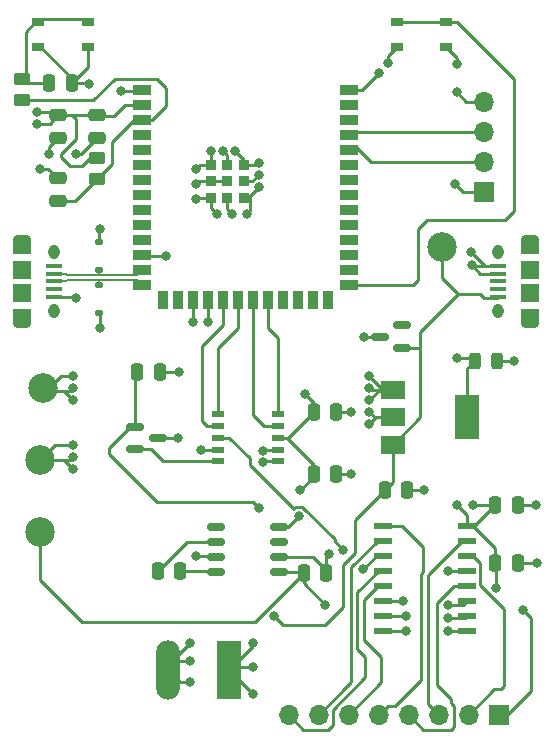
<source format=gbr>
%TF.GenerationSoftware,KiCad,Pcbnew,6.0.9+dfsg-1~bpo11+1*%
%TF.CreationDate,2022-12-22T20:36:38-06:00*%
%TF.ProjectId,CAE32_PCB,43414533-325f-4504-9342-2e6b69636164,rev?*%
%TF.SameCoordinates,Original*%
%TF.FileFunction,Copper,L1,Top*%
%TF.FilePolarity,Positive*%
%FSLAX46Y46*%
G04 Gerber Fmt 4.6, Leading zero omitted, Abs format (unit mm)*
G04 Created by KiCad (PCBNEW 6.0.9+dfsg-1~bpo11+1) date 2022-12-22 20:36:38*
%MOMM*%
%LPD*%
G01*
G04 APERTURE LIST*
G04 Aperture macros list*
%AMRoundRect*
0 Rectangle with rounded corners*
0 $1 Rounding radius*
0 $2 $3 $4 $5 $6 $7 $8 $9 X,Y pos of 4 corners*
0 Add a 4 corners polygon primitive as box body*
4,1,4,$2,$3,$4,$5,$6,$7,$8,$9,$2,$3,0*
0 Add four circle primitives for the rounded corners*
1,1,$1+$1,$2,$3*
1,1,$1+$1,$4,$5*
1,1,$1+$1,$6,$7*
1,1,$1+$1,$8,$9*
0 Add four rect primitives between the rounded corners*
20,1,$1+$1,$2,$3,$4,$5,0*
20,1,$1+$1,$4,$5,$6,$7,0*
20,1,$1+$1,$6,$7,$8,$9,0*
20,1,$1+$1,$8,$9,$2,$3,0*%
G04 Aperture macros list end*
%TA.AperFunction,SMDPad,CuDef*%
%ADD10RoundRect,0.250000X-0.250000X-0.475000X0.250000X-0.475000X0.250000X0.475000X-0.250000X0.475000X0*%
%TD*%
%TA.AperFunction,SMDPad,CuDef*%
%ADD11RoundRect,0.150000X-0.587500X-0.150000X0.587500X-0.150000X0.587500X0.150000X-0.587500X0.150000X0*%
%TD*%
%TA.AperFunction,SMDPad,CuDef*%
%ADD12RoundRect,0.250000X-0.475000X0.250000X-0.475000X-0.250000X0.475000X-0.250000X0.475000X0.250000X0*%
%TD*%
%TA.AperFunction,SMDPad,CuDef*%
%ADD13C,2.500000*%
%TD*%
%TA.AperFunction,SMDPad,CuDef*%
%ADD14RoundRect,0.125000X-0.175000X0.125000X-0.175000X-0.125000X0.175000X-0.125000X0.175000X0.125000X0*%
%TD*%
%TA.AperFunction,SMDPad,CuDef*%
%ADD15RoundRect,0.250000X0.250000X0.475000X-0.250000X0.475000X-0.250000X-0.475000X0.250000X-0.475000X0*%
%TD*%
%TA.AperFunction,SMDPad,CuDef*%
%ADD16RoundRect,0.250000X0.450000X-0.262500X0.450000X0.262500X-0.450000X0.262500X-0.450000X-0.262500X0*%
%TD*%
%TA.AperFunction,SMDPad,CuDef*%
%ADD17R,1.350000X0.400000*%
%TD*%
%TA.AperFunction,ComponentPad*%
%ADD18O,1.550000X0.890000*%
%TD*%
%TA.AperFunction,SMDPad,CuDef*%
%ADD19R,1.550000X1.500000*%
%TD*%
%TA.AperFunction,SMDPad,CuDef*%
%ADD20R,1.550000X1.200000*%
%TD*%
%TA.AperFunction,ComponentPad*%
%ADD21O,0.950000X1.250000*%
%TD*%
%TA.AperFunction,ComponentPad*%
%ADD22R,2.020000X5.020000*%
%TD*%
%TA.AperFunction,ComponentPad*%
%ADD23O,2.020000X5.020000*%
%TD*%
%TA.AperFunction,SMDPad,CuDef*%
%ADD24RoundRect,0.243750X-0.243750X-0.456250X0.243750X-0.456250X0.243750X0.456250X-0.243750X0.456250X0*%
%TD*%
%TA.AperFunction,SMDPad,CuDef*%
%ADD25R,1.500000X0.600000*%
%TD*%
%TA.AperFunction,SMDPad,CuDef*%
%ADD26RoundRect,0.250000X-0.450000X0.262500X-0.450000X-0.262500X0.450000X-0.262500X0.450000X0.262500X0*%
%TD*%
%TA.AperFunction,SMDPad,CuDef*%
%ADD27R,1.500000X0.900000*%
%TD*%
%TA.AperFunction,SMDPad,CuDef*%
%ADD28R,0.900000X1.500000*%
%TD*%
%TA.AperFunction,SMDPad,CuDef*%
%ADD29R,0.900000X0.900000*%
%TD*%
%TA.AperFunction,SMDPad,CuDef*%
%ADD30RoundRect,0.150000X-0.625000X-0.150000X0.625000X-0.150000X0.625000X0.150000X-0.625000X0.150000X0*%
%TD*%
%TA.AperFunction,SMDPad,CuDef*%
%ADD31R,2.000000X1.500000*%
%TD*%
%TA.AperFunction,SMDPad,CuDef*%
%ADD32R,2.000000X3.800000*%
%TD*%
%TA.AperFunction,ComponentPad*%
%ADD33R,1.700000X1.700000*%
%TD*%
%TA.AperFunction,ComponentPad*%
%ADD34O,1.700000X1.700000*%
%TD*%
%TA.AperFunction,SMDPad,CuDef*%
%ADD35R,1.100000X0.510000*%
%TD*%
%TA.AperFunction,SMDPad,CuDef*%
%ADD36RoundRect,0.125000X0.175000X-0.125000X0.175000X0.125000X-0.175000X0.125000X-0.175000X-0.125000X0*%
%TD*%
%TA.AperFunction,SMDPad,CuDef*%
%ADD37R,1.050000X0.650000*%
%TD*%
%TA.AperFunction,SMDPad,CuDef*%
%ADD38RoundRect,0.150000X0.587500X0.150000X-0.587500X0.150000X-0.587500X-0.150000X0.587500X-0.150000X0*%
%TD*%
%TA.AperFunction,ViaPad*%
%ADD39C,0.800000*%
%TD*%
%TA.AperFunction,Conductor*%
%ADD40C,0.250000*%
%TD*%
%TA.AperFunction,Conductor*%
%ADD41C,0.200000*%
%TD*%
G04 APERTURE END LIST*
D10*
%TO.P,C6,1*%
%TO.N,Net-(C6-Pad1)*%
X130325000Y-98125000D03*
%TO.P,C6,2*%
%TO.N,GNDREF*%
X132225000Y-98125000D03*
%TD*%
%TO.P,C9,1*%
%TO.N,+3.3V*%
X168087000Y-133858000D03*
%TO.P,C9,2*%
%TO.N,GNDREF*%
X169987000Y-133858000D03*
%TD*%
D11*
%TO.P,VR1,1,IN*%
%TO.N,+5V*%
X137637500Y-127275000D03*
%TO.P,VR1,2,OUT*%
%TO.N,/3v3REF+*%
X137637500Y-129175000D03*
%TO.P,VR1,3,GND*%
%TO.N,GNDREF*%
X139512500Y-128225000D03*
%TD*%
D12*
%TO.P,C3,1*%
%TO.N,+3.3V*%
X131064000Y-100904000D03*
%TO.P,C3,2*%
%TO.N,GNDREF*%
X131064000Y-102804000D03*
%TD*%
D10*
%TO.P,C1,1*%
%TO.N,+5V*%
X158750000Y-132588000D03*
%TO.P,C1,2*%
%TO.N,GNDREF*%
X160650000Y-132588000D03*
%TD*%
D13*
%TO.P,TP?-3v3,1,1*%
%TO.N,-3V3*%
X129540000Y-136144000D03*
%TD*%
D14*
%TO.P,D1,1*%
%TO.N,GNDREF*%
X134550000Y-111650000D03*
%TO.P,D1,2*%
%TO.N,/D-*%
X134550000Y-113950000D03*
%TD*%
D15*
%TO.P,C13,1*%
%TO.N,GNDREF*%
X153775000Y-139625000D03*
%TO.P,C13,2*%
%TO.N,-3V3*%
X151875000Y-139625000D03*
%TD*%
D16*
%TO.P,R2,1*%
%TO.N,/EN*%
X128016000Y-99615000D03*
%TO.P,R2,2*%
%TO.N,Net-(C6-Pad1)*%
X128016000Y-97790000D03*
%TD*%
D17*
%TO.P,J4,1,VBUS*%
%TO.N,+5V*%
X168349000Y-116250000D03*
%TO.P,J4,2,D-*%
%TO.N,unconnected-(J4-Pad2)*%
X168349000Y-115600000D03*
%TO.P,J4,3,D+*%
%TO.N,unconnected-(J4-Pad3)*%
X168349000Y-114950000D03*
%TO.P,J4,4,ID*%
%TO.N,GNDREF*%
X168349000Y-114300000D03*
%TO.P,J4,5,GND*%
X168349000Y-113650000D03*
D18*
%TO.P,J4,6,Shield*%
%TO.N,unconnected-(J4-Pad6)*%
X171049000Y-111450000D03*
D19*
X171049000Y-115950000D03*
D20*
X171049000Y-117850000D03*
X171049000Y-112050000D03*
D19*
X171049000Y-113950000D03*
D21*
X168349000Y-117450000D03*
X168349000Y-112450000D03*
D18*
X171049000Y-118450000D03*
%TD*%
D12*
%TO.P,C4,1*%
%TO.N,+3.3V*%
X134366000Y-100904000D03*
%TO.P,C4,2*%
%TO.N,GNDREF*%
X134366000Y-102804000D03*
%TD*%
D22*
%TO.P,J5,1*%
%TO.N,+3.3V*%
X145536000Y-147828000D03*
D23*
%TO.P,J5,2*%
%TO.N,GNDREF*%
X140356000Y-147828000D03*
%TD*%
D24*
%TO.P,C2,1*%
%TO.N,+3.3V*%
X166370000Y-121666000D03*
%TO.P,C2,2*%
%TO.N,GNDREF*%
X168245000Y-121666000D03*
%TD*%
D25*
%TO.P,U2,1,A4*%
%TO.N,Net-(J3-Pad5)*%
X158629000Y-135636000D03*
%TO.P,U2,2,A6*%
%TO.N,Net-(J3-Pad7)*%
X158629000Y-136906000D03*
%TO.P,U2,3,A*%
%TO.N,Net-(U2-Pad3)*%
X158629000Y-138176000D03*
%TO.P,U2,4,A7*%
%TO.N,Net-(J3-Pad8)*%
X158629000Y-139446000D03*
%TO.P,U2,5,A5*%
%TO.N,Net-(J3-Pad6)*%
X158629000Y-140716000D03*
%TO.P,U2,6,~{E}*%
%TO.N,+3.3V*%
X158629000Y-141986000D03*
%TO.P,U2,7,VEE*%
%TO.N,-3V3*%
X158629000Y-143256000D03*
%TO.P,U2,8,GND*%
%TO.N,GNDREF*%
X158629000Y-144526000D03*
%TO.P,U2,9,S2*%
%TO.N,/S2*%
X165729000Y-144526000D03*
%TO.P,U2,10,S1*%
%TO.N,/S1*%
X165729000Y-143256000D03*
%TO.P,U2,11,S0*%
%TO.N,/S0*%
X165729000Y-141986000D03*
%TO.P,U2,12,A3*%
%TO.N,Net-(J3-Pad4)*%
X165729000Y-140716000D03*
%TO.P,U2,13,A0*%
%TO.N,Net-(J3-Pad1)*%
X165729000Y-139446000D03*
%TO.P,U2,14,A1*%
%TO.N,Net-(J3-Pad2)*%
X165729000Y-138176000D03*
%TO.P,U2,15,A2*%
%TO.N,Net-(J3-Pad3)*%
X165729000Y-136906000D03*
%TO.P,U2,16,VCC*%
%TO.N,+3.3V*%
X165729000Y-135636000D03*
%TD*%
D12*
%TO.P,C5,1*%
%TO.N,GNDREF*%
X131064000Y-106238000D03*
%TO.P,C5,2*%
%TO.N,/EN*%
X131064000Y-108138000D03*
%TD*%
D26*
%TO.P,R1,1*%
%TO.N,+3.3V*%
X134366000Y-104497500D03*
%TO.P,R1,2*%
%TO.N,/EN*%
X134366000Y-106322500D03*
%TD*%
D13*
%TO.P,TP+5v1,1,1*%
%TO.N,+5V*%
X163576000Y-112014000D03*
%TD*%
D10*
%TO.P,C10,1*%
%TO.N,+3.3V*%
X168087000Y-138811000D03*
%TO.P,C10,2*%
%TO.N,GNDREF*%
X169987000Y-138811000D03*
%TD*%
D17*
%TO.P,J1,1,VBUS*%
%TO.N,unconnected-(J1-Pad1)*%
X130760000Y-113650000D03*
%TO.P,J1,2,D-*%
%TO.N,/D-*%
X130760000Y-114300000D03*
%TO.P,J1,3,D+*%
%TO.N,/D+*%
X130760000Y-114950000D03*
%TO.P,J1,4,ID*%
%TO.N,unconnected-(J1-Pad4)*%
X130760000Y-115600000D03*
%TO.P,J1,5,GND*%
%TO.N,GNDREF*%
X130760000Y-116250000D03*
D18*
%TO.P,J1,6,Shield*%
%TO.N,unconnected-(J1-Pad6)*%
X128060000Y-118450000D03*
X128060000Y-111450000D03*
D20*
X128060000Y-112050000D03*
X128060000Y-117850000D03*
D21*
X130760000Y-112450000D03*
D19*
X128060000Y-115950000D03*
D21*
X130760000Y-117450000D03*
D19*
X128060000Y-113950000D03*
%TD*%
D27*
%TO.P,U1,1,GND*%
%TO.N,GNDREF*%
X138175000Y-98740000D03*
%TO.P,U1,2,3V3*%
%TO.N,+3.3V*%
X138175000Y-100010000D03*
%TO.P,U1,3,EN*%
%TO.N,/EN*%
X138175000Y-101280000D03*
%TO.P,U1,4,GPIO4/TOUCH4/ADC1_CH3*%
%TO.N,unconnected-(U1-Pad4)*%
X138175000Y-102550000D03*
%TO.P,U1,5,GPIO5/TOUCH5/ADC1_CH4*%
%TO.N,unconnected-(U1-Pad5)*%
X138175000Y-103820000D03*
%TO.P,U1,6,GPIO6/TOUCH6/ADC1_CH5*%
%TO.N,unconnected-(U1-Pad6)*%
X138175000Y-105090000D03*
%TO.P,U1,7,GPIO7/TOUCH7/ADC1_CH6*%
%TO.N,unconnected-(U1-Pad7)*%
X138175000Y-106360000D03*
%TO.P,U1,8,GPIO15/U0RTS/ADC2_CH4/XTAL_32K_P*%
%TO.N,unconnected-(U1-Pad8)*%
X138175000Y-107630000D03*
%TO.P,U1,9,GPIO16/U0CTS/ADC2_CH5/XTAL_32K_NH5*%
%TO.N,unconnected-(U1-Pad9)*%
X138175000Y-108900000D03*
%TO.P,U1,10,GPIO17/U1TXD/ADC2_CH6*%
%TO.N,unconnected-(U1-Pad10)*%
X138175000Y-110170000D03*
%TO.P,U1,11,GPIO18/U1RXD/ADC2_CH7/CLK_OUT3*%
%TO.N,unconnected-(U1-Pad11)*%
X138175000Y-111440000D03*
%TO.P,U1,12,GPIO8/TOUCH8/ADC1_CH7/SUBSPICS1*%
%TO.N,/S2*%
X138175000Y-112710000D03*
%TO.P,U1,13,GPIO19/U1RTS/ADC2_CH8/CLK_OUT2/USB_D-*%
%TO.N,/D-*%
X138175000Y-113980000D03*
%TO.P,U1,14,GPIO20/U1CTS/ADC2_CH9/CLK_OUT1/USB_D+*%
%TO.N,/D+*%
X138175000Y-115250000D03*
D28*
%TO.P,U1,15,GPIO3/TOUCH3/ADC1_CH2*%
%TO.N,unconnected-(U1-Pad15)*%
X139940000Y-116500000D03*
%TO.P,U1,16,GPIO46*%
%TO.N,unconnected-(U1-Pad16)*%
X141210000Y-116500000D03*
%TO.P,U1,17,GPIO9/TOUCH9/ADC1_CH8/FSPIHD/SUBSPIHD*%
%TO.N,/S1*%
X142480000Y-116500000D03*
%TO.P,U1,18,GPIO10/TOUCH10/ADC1_CH9/FSPICS0/FSPIIO4/SUBSPICS0*%
%TO.N,/S0*%
X143750000Y-116500000D03*
%TO.P,U1,19,GPIO11/TOUCH11/ADC2_CH0/FSPID/FSPIIO5/SUBSPID*%
%TO.N,/CS_ADC*%
X145020000Y-116500000D03*
%TO.P,U1,20,GPIO12/TOUCH12/ADC2_CH1/FSPICLK/FSPIIO6/SUBSPICLK*%
%TO.N,/SPICLK*%
X146290000Y-116500000D03*
%TO.P,U1,21,GPIO13/TOUCH13/ADC2_CH2/FSPIQ/FSPIIO7/SUBSPIQ*%
%TO.N,/MISO*%
X147560000Y-116500000D03*
%TO.P,U1,22,GPIO14/TOUCH14/ADC2_CH3/FSPIWP/FSPIDQS/SUBSPIWP*%
%TO.N,/MOSI*%
X148830000Y-116500000D03*
%TO.P,U1,23,GPIO21*%
%TO.N,unconnected-(U1-Pad23)*%
X150100000Y-116500000D03*
%TO.P,U1,24,GPIO47/SPICLK_P/SUBSPICLK_P_DIFF*%
%TO.N,unconnected-(U1-Pad24)*%
X151370000Y-116500000D03*
%TO.P,U1,25,GPIO48/SPICLK_N/SUBSPICLK_N_DIFF*%
%TO.N,unconnected-(U1-Pad25)*%
X152640000Y-116500000D03*
%TO.P,U1,26,GPIO45*%
%TO.N,unconnected-(U1-Pad26)*%
X153910000Y-116500000D03*
D27*
%TO.P,U1,27,GPIO0/BOOT*%
%TO.N,/BOOT*%
X155675000Y-115250000D03*
%TO.P,U1,28,SPIIO6/GPIO35/FSPID/SUBSPID*%
%TO.N,unconnected-(U1-Pad28)*%
X155675000Y-113980000D03*
%TO.P,U1,29,SPIIO7/GPIO36/FSPICLK/SUBSPICLK*%
%TO.N,unconnected-(U1-Pad29)*%
X155675000Y-112710000D03*
%TO.P,U1,30,SPIDQS/GPIO37/FSPIQ/SUBSPIQ*%
%TO.N,unconnected-(U1-Pad30)*%
X155675000Y-111440000D03*
%TO.P,U1,31,GPIO38/FSPIWP/SUBSPIWP*%
%TO.N,unconnected-(U1-Pad31)*%
X155675000Y-110170000D03*
%TO.P,U1,32,MTCK/GPIO39/CLK_OUT3/SUBSPICS1*%
%TO.N,unconnected-(U1-Pad32)*%
X155675000Y-108900000D03*
%TO.P,U1,33,MTDO/GPIO40/CLK_OUT2*%
%TO.N,unconnected-(U1-Pad33)*%
X155675000Y-107630000D03*
%TO.P,U1,34,MTDI/GPIO41/CLK_OUT1*%
%TO.N,unconnected-(U1-Pad34)*%
X155675000Y-106360000D03*
%TO.P,U1,35,MTMS/GPIO42*%
%TO.N,unconnected-(U1-Pad35)*%
X155675000Y-105090000D03*
%TO.P,U1,36,U0RXD/GPIO44/CLK_OUT2*%
%TO.N,/TX0*%
X155675000Y-103820000D03*
%TO.P,U1,37,U0TXD/GPIO43/CLK_OUT1*%
%TO.N,/RX0*%
X155675000Y-102550000D03*
%TO.P,U1,38,GPIO2/TOUCH2/ADC1_CH1*%
%TO.N,unconnected-(U1-Pad38)*%
X155675000Y-101280000D03*
%TO.P,U1,39,GPIO1/TOUCH1/ADC1_CH0*%
%TO.N,unconnected-(U1-Pad39)*%
X155675000Y-100010000D03*
%TO.P,U1,40,GND*%
%TO.N,GNDREF*%
X155675000Y-98740000D03*
D29*
%TO.P,U1,41,GND*%
X145425000Y-105060000D03*
X144025000Y-106460000D03*
X145425000Y-107860000D03*
X146825000Y-105060000D03*
X144025000Y-107860000D03*
X145425000Y-106460000D03*
X146825000Y-106460000D03*
X146825000Y-107860000D03*
X144025000Y-105060000D03*
%TD*%
D30*
%TO.P,U5,1,NC*%
%TO.N,unconnected-(U5-Pad1)*%
X144424800Y-135713400D03*
%TO.P,U5,2,CAP+*%
%TO.N,Net-(C12-Pad1)*%
X144424800Y-136983400D03*
%TO.P,U5,3,GND*%
%TO.N,GNDREF*%
X144424800Y-138253400D03*
%TO.P,U5,4,CAP-*%
%TO.N,Net-(C12-Pad2)*%
X144424800Y-139523400D03*
%TO.P,U5,5,VOUT*%
%TO.N,-3V3*%
X149774800Y-139523400D03*
%TO.P,U5,6,LV*%
%TO.N,GNDREF*%
X149774800Y-138253400D03*
%TO.P,U5,7,OBS*%
%TO.N,unconnected-(U5-Pad7)*%
X149774800Y-136983400D03*
%TO.P,U5,8,V+*%
%TO.N,+3.3V*%
X149774800Y-135713400D03*
%TD*%
D10*
%TO.P,C11,1*%
%TO.N,+5V*%
X137800000Y-122650000D03*
%TO.P,C11,2*%
%TO.N,GNDREF*%
X139700000Y-122650000D03*
%TD*%
%TO.P,C7,1*%
%TO.N,+3.3V*%
X152738000Y-126041000D03*
%TO.P,C7,2*%
%TO.N,GNDREF*%
X154638000Y-126041000D03*
%TD*%
D31*
%TO.P,U4,1,GND*%
%TO.N,GNDREF*%
X159425000Y-124175000D03*
D32*
%TO.P,U4,2,VO*%
%TO.N,+3.3V*%
X165725000Y-126475000D03*
D31*
X159425000Y-126475000D03*
%TO.P,U4,3,VI*%
%TO.N,+5V*%
X159425000Y-128775000D03*
%TD*%
D10*
%TO.P,C8,1*%
%TO.N,+3.3V*%
X152738000Y-131248000D03*
%TO.P,C8,2*%
%TO.N,GNDREF*%
X154638000Y-131248000D03*
%TD*%
D33*
%TO.P,J3,1,Pin_1*%
%TO.N,Net-(J3-Pad1)*%
X168387000Y-151663000D03*
D34*
%TO.P,J3,2,Pin_2*%
%TO.N,Net-(J3-Pad2)*%
X165847000Y-151663000D03*
%TO.P,J3,3,Pin_3*%
%TO.N,Net-(J3-Pad3)*%
X163307000Y-151663000D03*
%TO.P,J3,4,Pin_4*%
%TO.N,Net-(J3-Pad4)*%
X160767000Y-151663000D03*
%TO.P,J3,5,Pin_5*%
%TO.N,Net-(J3-Pad5)*%
X158227000Y-151663000D03*
%TO.P,J3,6,Pin_6*%
%TO.N,Net-(J3-Pad6)*%
X155687000Y-151663000D03*
%TO.P,J3,7,Pin_7*%
%TO.N,Net-(J3-Pad7)*%
X153147000Y-151663000D03*
%TO.P,J3,8,Pin_8*%
%TO.N,Net-(J3-Pad8)*%
X150607000Y-151663000D03*
%TD*%
D35*
%TO.P,U3,1,SCLK*%
%TO.N,/SPICLK*%
X144600000Y-126200000D03*
%TO.P,U3,2,~{CS}*%
%TO.N,/CS_ADC*%
X144600000Y-127200000D03*
%TO.P,U3,3,AIN(+)*%
%TO.N,Net-(U2-Pad3)*%
X144600000Y-128200000D03*
%TO.P,U3,4,AIN(-)*%
%TO.N,GNDREF*%
X144600000Y-129200000D03*
%TO.P,U3,5,REFIN(+)*%
%TO.N,/3v3REF+*%
X144600000Y-130200000D03*
%TO.P,U3,6,REFIN(-)*%
%TO.N,GNDREF*%
X149700000Y-130200000D03*
%TO.P,U3,7,GND*%
X149700000Y-129200000D03*
%TO.P,U3,8,VDD*%
%TO.N,+3.3V*%
X149700000Y-128200000D03*
%TO.P,U3,9,~{RDY}*%
%TO.N,/MISO*%
X149700000Y-127200000D03*
%TO.P,U3,10,DIN*%
%TO.N,/MOSI*%
X149700000Y-126200000D03*
%TD*%
D36*
%TO.P,D2,1*%
%TO.N,GNDREF*%
X134550000Y-117600000D03*
%TO.P,D2,2*%
%TO.N,/D+*%
X134550000Y-115300000D03*
%TD*%
D37*
%TO.P,SW2,1,1*%
%TO.N,/BOOT*%
X159775000Y-92950000D03*
X163925000Y-92950000D03*
%TO.P,SW2,2,2*%
%TO.N,GNDREF*%
X163925000Y-95100000D03*
X159775000Y-95100000D03*
%TD*%
D38*
%TO.P,D3,1,K*%
%TO.N,+5V*%
X160195500Y-120584000D03*
%TO.P,D3,2,K*%
%TO.N,unconnected-(D3-Pad2)*%
X160195500Y-118684000D03*
%TO.P,D3,3,A*%
%TO.N,GNDREF*%
X158320500Y-119634000D03*
%TD*%
D33*
%TO.P,J2,1*%
%TO.N,+3.3V*%
X167150000Y-107375000D03*
D34*
%TO.P,J2,2*%
%TO.N,/TX0*%
X167150000Y-104835000D03*
%TO.P,J2,3*%
%TO.N,/RX0*%
X167150000Y-102295000D03*
%TO.P,J2,4*%
%TO.N,GNDREF*%
X167150000Y-99755000D03*
%TD*%
D10*
%TO.P,C12,1*%
%TO.N,Net-(C12-Pad1)*%
X139545800Y-139472600D03*
%TO.P,C12,2*%
%TO.N,Net-(C12-Pad2)*%
X141445800Y-139472600D03*
%TD*%
D37*
%TO.P,SW1,1,1*%
%TO.N,Net-(C6-Pad1)*%
X129425000Y-92950000D03*
X133575000Y-92950000D03*
%TO.P,SW1,2,2*%
%TO.N,GNDREF*%
X129425000Y-95100000D03*
X133575000Y-95100000D03*
%TD*%
D13*
%TO.P,GND1,1,1*%
%TO.N,GNDREF*%
X129540000Y-130048000D03*
%TD*%
%TO.P,TP+3v3,1,1*%
%TO.N,+3.3V*%
X129794000Y-123952000D03*
%TD*%
D39*
%TO.N,+5V*%
X148082000Y-134112000D03*
X149352000Y-143256000D03*
%TO.N,+3.3V*%
X168148000Y-140919200D03*
X151468600Y-134799000D03*
X132334000Y-122936000D03*
X164846000Y-121412000D03*
X164700000Y-106675000D03*
X132334000Y-124968000D03*
X147574000Y-149860000D03*
X151976000Y-124517000D03*
X164846000Y-133858000D03*
X147574000Y-145542000D03*
X132334000Y-123952000D03*
X151595000Y-132645000D03*
X157450000Y-127050000D03*
X166243000Y-133858000D03*
X129286000Y-101600000D03*
X129286000Y-100584000D03*
X157450000Y-126037500D03*
X160274000Y-141986000D03*
X147574000Y-147574000D03*
%TO.N,-3V3*%
X160575000Y-143300000D03*
X153670000Y-142325000D03*
%TO.N,Net-(J3-Pad1)*%
X170434000Y-142748000D03*
X164125000Y-139500000D03*
%TO.N,/S2*%
X164100000Y-144575000D03*
X140208000Y-112776000D03*
%TO.N,/S1*%
X142494000Y-118364000D03*
X164075000Y-143425000D03*
%TO.N,/S0*%
X143764000Y-118364000D03*
X164100000Y-142375000D03*
%TO.N,Net-(U2-Pad3)*%
X155194000Y-137668000D03*
X156900000Y-139325000D03*
%TO.N,GNDREF*%
X142748000Y-107950000D03*
X132588000Y-104140000D03*
X171602400Y-138785600D03*
X162052000Y-132588000D03*
X132334000Y-130810000D03*
X134620000Y-118872000D03*
X148082000Y-105918000D03*
X166098500Y-113600000D03*
X141300000Y-122625000D03*
X157450000Y-123000000D03*
X146050000Y-103886000D03*
X148420000Y-130232000D03*
X169672000Y-121666000D03*
X157450000Y-125025000D03*
X129540000Y-105410000D03*
X147066000Y-109220000D03*
X166073500Y-112500000D03*
X132334000Y-129794000D03*
X157450000Y-124012500D03*
X142240000Y-148844000D03*
X132588000Y-116332000D03*
X155913000Y-126041000D03*
X145796000Y-109220000D03*
X143213000Y-129216000D03*
X142240000Y-147066000D03*
X148420000Y-129343000D03*
X134620000Y-110490000D03*
X142748000Y-105410000D03*
X158975000Y-96500000D03*
X133675000Y-98250000D03*
X160550000Y-144525000D03*
X142756400Y-138202600D03*
X148082000Y-106934000D03*
X144526000Y-109220000D03*
X136398000Y-98806000D03*
X130302000Y-104140000D03*
X132334000Y-128778000D03*
X171551600Y-133858000D03*
X156972000Y-119634000D03*
X142240000Y-145542000D03*
X164850000Y-96550000D03*
X144018000Y-103886000D03*
X148082000Y-104902000D03*
X154059400Y-137999400D03*
X142748000Y-106680000D03*
X158242000Y-97282000D03*
X164850000Y-98950000D03*
X145034000Y-103886000D03*
X155913000Y-131248000D03*
X141200000Y-128225000D03*
%TD*%
D40*
%TO.N,+5V*%
X153670000Y-144018000D02*
X150114000Y-144018000D01*
X161725000Y-126475000D02*
X159425000Y-128775000D01*
X137637500Y-122812500D02*
X137800000Y-122650000D01*
X156210000Y-137922000D02*
X155194000Y-138938000D01*
X137637500Y-127275000D02*
X137637500Y-122812500D01*
X155194000Y-142494000D02*
X153670000Y-144018000D01*
X167132000Y-116332000D02*
X168267000Y-116332000D01*
X135382000Y-129032000D02*
X135382000Y-129540000D01*
X164950000Y-116025000D02*
X166825000Y-116025000D01*
X161725000Y-120469000D02*
X161725000Y-119250000D01*
X163576000Y-112522000D02*
X163576000Y-114651000D01*
X168267000Y-116332000D02*
X168349000Y-116250000D01*
X160195500Y-120584000D02*
X161610000Y-120584000D01*
X166825000Y-116025000D02*
X167132000Y-116332000D01*
X161725000Y-119250000D02*
X164950000Y-116025000D01*
X135382000Y-129540000D02*
X139192000Y-133350000D01*
X158750000Y-132588000D02*
X159425000Y-131913000D01*
X139192000Y-133350000D02*
X139446000Y-133604000D01*
X159425000Y-131913000D02*
X159425000Y-128775000D01*
X139446000Y-133604000D02*
X147574000Y-133604000D01*
X161610000Y-120584000D02*
X161725000Y-120469000D01*
X155194000Y-138938000D02*
X155194000Y-142494000D01*
X161725000Y-120469000D02*
X161725000Y-126475000D01*
X158750000Y-132588000D02*
X156210000Y-135128000D01*
X150114000Y-144018000D02*
X149352000Y-143256000D01*
X137637500Y-127275000D02*
X137139000Y-127275000D01*
X137139000Y-127275000D02*
X135382000Y-129032000D01*
X156210000Y-135128000D02*
X156210000Y-137922000D01*
X163576000Y-114651000D02*
X164950000Y-116025000D01*
X147574000Y-133604000D02*
X148082000Y-134112000D01*
%TO.N,+3.3V*%
X152738000Y-125279000D02*
X151976000Y-124517000D01*
X134366000Y-104497500D02*
X133754500Y-104497500D01*
X131318000Y-104140000D02*
X132588000Y-102870000D01*
X159425000Y-126475000D02*
X157887500Y-126475000D01*
X158629000Y-141986000D02*
X160274000Y-141986000D01*
X147574000Y-149860000D02*
X147568000Y-149860000D01*
X147574000Y-145790000D02*
X145536000Y-147828000D01*
X166309000Y-135636000D02*
X168087000Y-133858000D01*
X130048000Y-124206000D02*
X132080000Y-124206000D01*
X131064000Y-100904000D02*
X132268000Y-100904000D01*
X129286000Y-100584000D02*
X130744000Y-100584000D01*
X166179000Y-135636000D02*
X165729000Y-135636000D01*
X133096000Y-105156000D02*
X132080000Y-105156000D01*
X168148000Y-138872000D02*
X168087000Y-138811000D01*
X168087000Y-137544000D02*
X166179000Y-135636000D01*
X132080000Y-105156000D02*
X131318000Y-104394000D01*
X130744000Y-100584000D02*
X131064000Y-100904000D01*
X149774800Y-135713400D02*
X150554200Y-135713400D01*
X168087000Y-133858000D02*
X166243000Y-133858000D01*
X166116000Y-121412000D02*
X166370000Y-121666000D01*
X168148000Y-140919200D02*
X168148000Y-138872000D01*
X136718000Y-100010000D02*
X138175000Y-100010000D01*
X131572000Y-124206000D02*
X132334000Y-124968000D01*
X150452000Y-128200000D02*
X149700000Y-128200000D01*
X135811500Y-100916500D02*
X136718000Y-100010000D01*
X158025000Y-126475000D02*
X157450000Y-127050000D01*
X165725000Y-126475000D02*
X165725000Y-122311000D01*
X165725000Y-122311000D02*
X166370000Y-121666000D01*
X152738000Y-131248000D02*
X152738000Y-130486000D01*
X129286000Y-101600000D02*
X130368000Y-101600000D01*
X164700000Y-106675000D02*
X165400000Y-107375000D01*
X132588000Y-102870000D02*
X132588000Y-101224000D01*
X150554200Y-135713400D02*
X151468600Y-134799000D01*
X152738000Y-131502000D02*
X151595000Y-132645000D01*
X132588000Y-101224000D02*
X132268000Y-100904000D01*
X165729000Y-135636000D02*
X165729000Y-134741000D01*
X147568000Y-149860000D02*
X145536000Y-147828000D01*
X165729000Y-134741000D02*
X164846000Y-133858000D01*
X133754500Y-104497500D02*
X133096000Y-105156000D01*
X152738000Y-126041000D02*
X150579000Y-128200000D01*
X132268000Y-100904000D02*
X134366000Y-100904000D01*
X130048000Y-124206000D02*
X131572000Y-124206000D01*
X165725000Y-126475000D02*
X165975000Y-126475000D01*
X164846000Y-121412000D02*
X166116000Y-121412000D01*
X152738000Y-130486000D02*
X150452000Y-128200000D01*
X147574000Y-147574000D02*
X145790000Y-147574000D01*
X133858000Y-100916500D02*
X135811500Y-100916500D01*
X131318000Y-104394000D02*
X131318000Y-104140000D01*
X150579000Y-128200000D02*
X149700000Y-128200000D01*
X152738000Y-131248000D02*
X152738000Y-131502000D01*
X152738000Y-126041000D02*
X152738000Y-125279000D01*
X130048000Y-124206000D02*
X131318000Y-122936000D01*
X165725000Y-126475000D02*
X166025000Y-126475000D01*
X168087000Y-138811000D02*
X168087000Y-137544000D01*
X165400000Y-107375000D02*
X167150000Y-107375000D01*
X145790000Y-147574000D02*
X145536000Y-147828000D01*
X157887500Y-126475000D02*
X157450000Y-126037500D01*
X147574000Y-145542000D02*
X147574000Y-145790000D01*
X159425000Y-126475000D02*
X158025000Y-126475000D01*
X165729000Y-135636000D02*
X166309000Y-135636000D01*
X131318000Y-122936000D02*
X132334000Y-122936000D01*
X132080000Y-124206000D02*
X132334000Y-123952000D01*
X130368000Y-101600000D02*
X131064000Y-100904000D01*
%TO.N,/EN*%
X139446000Y-97790000D02*
X140208000Y-98552000D01*
X140208000Y-98552000D02*
X140208000Y-100076000D01*
X135890000Y-97790000D02*
X139446000Y-97790000D01*
X140208000Y-100076000D02*
X139004000Y-101280000D01*
X137480000Y-101280000D02*
X138175000Y-101280000D01*
X132550500Y-108138000D02*
X134366000Y-106322500D01*
X135636000Y-105052500D02*
X135636000Y-103124000D01*
X139004000Y-101280000D02*
X138175000Y-101280000D01*
X134366000Y-106322500D02*
X135636000Y-105052500D01*
X131064000Y-108138000D02*
X132550500Y-108138000D01*
X128016000Y-99615000D02*
X134065000Y-99615000D01*
X134065000Y-99615000D02*
X135890000Y-97790000D01*
X135636000Y-103124000D02*
X137480000Y-101280000D01*
%TO.N,Net-(C12-Pad1)*%
X139545800Y-139472600D02*
X142035000Y-136983400D01*
X142035000Y-136983400D02*
X144424800Y-136983400D01*
%TO.N,Net-(C12-Pad2)*%
X144374000Y-139472600D02*
X144424800Y-139523400D01*
X141445800Y-139472600D02*
X144374000Y-139472600D01*
%TO.N,-3V3*%
X133096000Y-143764000D02*
X147736000Y-143764000D01*
X151773400Y-139523400D02*
X151875000Y-139625000D01*
X133096000Y-143764000D02*
X129540000Y-140208000D01*
X160575000Y-143300000D02*
X158673000Y-143300000D01*
X158673000Y-143300000D02*
X158629000Y-143256000D01*
X151875000Y-139625000D02*
X151875000Y-140530000D01*
X147736000Y-143764000D02*
X151875000Y-139625000D01*
X151875000Y-140530000D02*
X153670000Y-142325000D01*
X151875000Y-139625000D02*
X152100000Y-139625000D01*
X129540000Y-140208000D02*
X129540000Y-136144000D01*
X149774800Y-139523400D02*
X151773400Y-139523400D01*
%TO.N,Net-(C6-Pad1)*%
X128387500Y-98125000D02*
X130325000Y-98125000D01*
X128387500Y-93812500D02*
X129425000Y-92775000D01*
X128387500Y-98125000D02*
X128387500Y-93812500D01*
X129425000Y-92775000D02*
X133575000Y-92775000D01*
%TO.N,Net-(J3-Pad1)*%
X165675000Y-139500000D02*
X165729000Y-139446000D01*
X171155600Y-143469600D02*
X170434000Y-142748000D01*
X168387000Y-151663000D02*
X169087000Y-151663000D01*
X171155600Y-149594400D02*
X171155600Y-143469600D01*
X164125000Y-139500000D02*
X165675000Y-139500000D01*
X169087000Y-151663000D02*
X171155600Y-149594400D01*
%TO.N,/S2*%
X138241000Y-112776000D02*
X138175000Y-112710000D01*
X164100000Y-144575000D02*
X165680000Y-144575000D01*
X140208000Y-112776000D02*
X138241000Y-112776000D01*
X165680000Y-144575000D02*
X165729000Y-144526000D01*
%TO.N,/S1*%
X165560000Y-143425000D02*
X165729000Y-143256000D01*
X142494000Y-116514000D02*
X142480000Y-116500000D01*
X164075000Y-143425000D02*
X165560000Y-143425000D01*
X142494000Y-118364000D02*
X142494000Y-116514000D01*
%TO.N,/S0*%
X164100000Y-142375000D02*
X165340000Y-142375000D01*
X165340000Y-142375000D02*
X165729000Y-141986000D01*
X143764000Y-116514000D02*
X143750000Y-116500000D01*
X143764000Y-118364000D02*
X143764000Y-116514000D01*
%TO.N,/CS_ADC*%
X143256000Y-126746000D02*
X143256000Y-120396000D01*
X144600000Y-127200000D02*
X143710000Y-127200000D01*
X145020000Y-118604000D02*
X145020000Y-116500000D01*
X145034000Y-118618000D02*
X145020000Y-118604000D01*
X143710000Y-127200000D02*
X143256000Y-126746000D01*
X143256000Y-120396000D02*
X145034000Y-118618000D01*
%TO.N,/SPICLK*%
X144600000Y-120576000D02*
X146290000Y-118886000D01*
X146290000Y-118886000D02*
X146290000Y-116500000D01*
X144600000Y-126200000D02*
X144600000Y-120576000D01*
%TO.N,/MISO*%
X149700000Y-127200000D02*
X148536000Y-127200000D01*
X147560000Y-126224000D02*
X147560000Y-116500000D01*
X148536000Y-127200000D02*
X147560000Y-126224000D01*
%TO.N,/MOSI*%
X149700000Y-119728000D02*
X148830000Y-118858000D01*
X149700000Y-126200000D02*
X149700000Y-119728000D01*
X148830000Y-118858000D02*
X148830000Y-116500000D01*
%TO.N,Net-(J3-Pad2)*%
X168615600Y-149478600D02*
X168873000Y-149221200D01*
X168873000Y-142685600D02*
X166827200Y-140639800D01*
X165847000Y-151663000D02*
X168031400Y-149478600D01*
X166827200Y-138824200D02*
X166179000Y-138176000D01*
X168873000Y-149221200D02*
X168873000Y-142685600D01*
X166827200Y-140639800D02*
X166827200Y-138824200D01*
X166179000Y-138176000D02*
X165729000Y-138176000D01*
X168031400Y-149478600D02*
X168615600Y-149478600D01*
%TO.N,Net-(J3-Pad3)*%
X165279000Y-136906000D02*
X162451200Y-139733800D01*
X162382200Y-150738200D02*
X163307000Y-151663000D01*
X162382200Y-139776200D02*
X162382200Y-150738200D01*
X165729000Y-136906000D02*
X165279000Y-136906000D01*
%TO.N,Net-(U2-Pad3)*%
X145575000Y-128200000D02*
X147300000Y-129925000D01*
X156900000Y-139325000D02*
X158049000Y-138176000D01*
X154499305Y-136804400D02*
X154499305Y-136973305D01*
X151168295Y-134074000D02*
X151768905Y-134074000D01*
X147300000Y-129925000D02*
X147300000Y-130500000D01*
X147300000Y-130500000D02*
X151021148Y-134221148D01*
X151021148Y-134221148D02*
X151168295Y-134074000D01*
X154499305Y-136973305D02*
X155194000Y-137668000D01*
X158049000Y-138176000D02*
X158629000Y-138176000D01*
X151768905Y-134074000D02*
X154499305Y-136804400D01*
X144600000Y-128200000D02*
X145575000Y-128200000D01*
%TO.N,Net-(J3-Pad4)*%
X162012000Y-152908000D02*
X160767000Y-151663000D01*
X164592000Y-150876000D02*
X164592000Y-152654000D01*
X164338000Y-152908000D02*
X162012000Y-152908000D01*
X163150000Y-142183400D02*
X164617400Y-140716000D01*
X164592000Y-152654000D02*
X164338000Y-152908000D01*
X164617400Y-140716000D02*
X165729000Y-140716000D01*
X163150000Y-149093000D02*
X163150000Y-142183400D01*
X163150000Y-149093000D02*
X164338000Y-150281000D01*
X164338000Y-150281000D02*
X164338000Y-150622000D01*
X164338000Y-150622000D02*
X164592000Y-150876000D01*
%TO.N,Net-(J3-Pad5)*%
X162001200Y-137464800D02*
X162001200Y-139520804D01*
X160172400Y-135636000D02*
X162001200Y-137464800D01*
X158629000Y-135636000D02*
X160172400Y-135636000D01*
X162001200Y-139520804D02*
X161798000Y-139724004D01*
X159004000Y-150876000D02*
X158227000Y-151653000D01*
X159598200Y-150876000D02*
X159004000Y-150876000D01*
X161798000Y-148676200D02*
X159598200Y-150876000D01*
X158227000Y-151653000D02*
X158227000Y-151663000D01*
X161798000Y-139724004D02*
X161798000Y-148676200D01*
%TO.N,Net-(J3-Pad6)*%
X157022800Y-141892200D02*
X158199000Y-140716000D01*
X155687000Y-151663000D02*
X158455600Y-148894400D01*
X158455600Y-148844000D02*
X158455600Y-147868400D01*
X158455600Y-146771600D02*
X157022800Y-145338800D01*
X158199000Y-140716000D02*
X158629000Y-140716000D01*
X158455600Y-148894400D02*
X158455600Y-147868400D01*
X158455600Y-147868400D02*
X158455600Y-146771600D01*
X157022800Y-145338800D02*
X157022800Y-141892200D01*
%TO.N,Net-(J3-Pad7)*%
X155915600Y-139169400D02*
X155915600Y-148884400D01*
X158629000Y-136906000D02*
X158179000Y-136906000D01*
X155498400Y-149311600D02*
X155498400Y-149301600D01*
X158179000Y-136906000D02*
X155915600Y-139169400D01*
X155498400Y-149311600D02*
X153147000Y-151663000D01*
X155498400Y-149301600D02*
X155915600Y-148884400D01*
%TO.N,GNDREF*%
X156784000Y-98740000D02*
X158242000Y-97282000D01*
X138109000Y-98806000D02*
X138175000Y-98740000D01*
X147156000Y-107860000D02*
X147320000Y-107696000D01*
X159425000Y-124175000D02*
X158300000Y-124175000D01*
X158625000Y-124175000D02*
X157450000Y-123000000D01*
X141118000Y-147066000D02*
X140356000Y-147828000D01*
X167973500Y-113650000D02*
X167248500Y-113650000D01*
X144424800Y-138253400D02*
X144509000Y-138253400D01*
X149700000Y-130200000D02*
X148452000Y-130200000D01*
X130302000Y-103566000D02*
X131064000Y-102804000D01*
X134550000Y-110560000D02*
X134620000Y-110490000D01*
X154638000Y-126041000D02*
X155913000Y-126041000D01*
X147924000Y-105060000D02*
X148082000Y-104902000D01*
X133550000Y-98125000D02*
X133675000Y-98250000D01*
X129540000Y-105410000D02*
X130236000Y-105410000D01*
X143098000Y-105060000D02*
X142748000Y-105410000D01*
X144584000Y-129216000D02*
X144600000Y-129200000D01*
X148452000Y-130200000D02*
X148420000Y-130232000D01*
X158975000Y-96500000D02*
X158975000Y-95900000D01*
X132506000Y-116250000D02*
X132588000Y-116332000D01*
X152637000Y-138253400D02*
X149774800Y-138253400D01*
X139512500Y-128225000D02*
X141200000Y-128225000D01*
X142240000Y-147066000D02*
X141118000Y-147066000D01*
X142240000Y-148844000D02*
X141372000Y-148844000D01*
X145425000Y-107860000D02*
X145425000Y-108849000D01*
X133030000Y-104140000D02*
X134366000Y-102804000D01*
X167248500Y-113650000D02*
X167223500Y-113650000D01*
X142968000Y-106460000D02*
X142748000Y-106680000D01*
X134620000Y-117670000D02*
X134550000Y-117600000D01*
X144025000Y-105060000D02*
X143098000Y-105060000D01*
X146825000Y-105060000D02*
X146825000Y-104661000D01*
X129540000Y-130048000D02*
X130810000Y-128778000D01*
X153775000Y-139625000D02*
X153775000Y-139391400D01*
X145425000Y-106460000D02*
X144025000Y-106460000D01*
X168245000Y-121666000D02*
X169672000Y-121666000D01*
X147540000Y-106460000D02*
X148082000Y-105918000D01*
X147320000Y-107696000D02*
X148082000Y-106934000D01*
X169987000Y-133858000D02*
X171551600Y-133858000D01*
X134620000Y-118872000D02*
X134620000Y-117670000D01*
X130236000Y-105410000D02*
X131064000Y-106238000D01*
X133575000Y-96775000D02*
X133575000Y-94925000D01*
X149700000Y-129200000D02*
X148563000Y-129200000D01*
X144025000Y-103893000D02*
X144018000Y-103886000D01*
X166798500Y-114300000D02*
X166098500Y-113600000D01*
X145425000Y-104277000D02*
X145034000Y-103886000D01*
X145425000Y-105060000D02*
X145425000Y-104277000D01*
X144025000Y-107860000D02*
X142838000Y-107860000D01*
X144025000Y-106460000D02*
X142968000Y-106460000D01*
X167973500Y-114300000D02*
X166798500Y-114300000D01*
X167248500Y-113650000D02*
X166148500Y-113650000D01*
X145425000Y-108849000D02*
X145796000Y-109220000D01*
X157612500Y-124175000D02*
X157450000Y-124012500D01*
X130810000Y-128778000D02*
X132334000Y-128778000D01*
X144509000Y-138202600D02*
X142756400Y-138202600D01*
X147320000Y-108966000D02*
X147066000Y-109220000D01*
X153775000Y-139625000D02*
X153775000Y-138283800D01*
X129540000Y-130048000D02*
X132080000Y-130048000D01*
X132225000Y-98125000D02*
X133550000Y-98125000D01*
X146825000Y-104661000D02*
X146050000Y-103886000D01*
X132225000Y-97725000D02*
X129425000Y-94925000D01*
X130302000Y-104140000D02*
X130302000Y-103566000D01*
X132080000Y-130048000D02*
X132334000Y-129794000D01*
X141300000Y-122625000D02*
X139725000Y-122625000D01*
X159425000Y-124175000D02*
X157612500Y-124175000D01*
X153775000Y-138283800D02*
X154059400Y-137999400D01*
X144025000Y-107860000D02*
X144025000Y-108719000D01*
X132588000Y-104140000D02*
X133030000Y-104140000D01*
X142240000Y-145542000D02*
X140356000Y-147426000D01*
X169987000Y-138811000D02*
X171577000Y-138811000D01*
X166148500Y-113650000D02*
X166098500Y-113600000D01*
X131572000Y-130048000D02*
X132334000Y-130810000D01*
X134550000Y-111650000D02*
X134550000Y-110560000D01*
X139725000Y-122625000D02*
X139700000Y-122650000D01*
X164850000Y-98950000D02*
X165655000Y-99755000D01*
X142838000Y-107860000D02*
X142748000Y-107950000D01*
X158975000Y-95900000D02*
X159775000Y-95100000D01*
X130760000Y-116250000D02*
X132506000Y-116250000D01*
X160550000Y-144525000D02*
X158630000Y-144525000D01*
X136398000Y-98806000D02*
X138109000Y-98806000D01*
X141372000Y-148844000D02*
X140356000Y-147828000D01*
X158320500Y-119634000D02*
X156972000Y-119634000D01*
X143213000Y-129216000D02*
X144584000Y-129216000D01*
X165655000Y-99755000D02*
X167150000Y-99755000D01*
X164850000Y-96550000D02*
X164850000Y-96025000D01*
X171577000Y-138811000D02*
X171602400Y-138785600D01*
X159425000Y-124175000D02*
X158625000Y-124175000D01*
X144025000Y-108719000D02*
X144526000Y-109220000D01*
X154638000Y-131248000D02*
X155913000Y-131248000D01*
X155675000Y-98740000D02*
X156784000Y-98740000D01*
X148563000Y-129200000D02*
X148420000Y-129343000D01*
X144534400Y-138228000D02*
X144509000Y-138202600D01*
X167223500Y-113650000D02*
X166073500Y-112500000D01*
X144025000Y-105060000D02*
X144025000Y-103893000D01*
X140356000Y-147426000D02*
X140356000Y-147828000D01*
X146825000Y-105060000D02*
X147924000Y-105060000D01*
X144509000Y-138253400D02*
X144534400Y-138228000D01*
X158630000Y-144525000D02*
X158629000Y-144526000D01*
X158300000Y-124175000D02*
X157450000Y-125025000D01*
X162052000Y-132588000D02*
X160650000Y-132588000D01*
X146825000Y-106460000D02*
X147540000Y-106460000D01*
X146825000Y-107860000D02*
X147156000Y-107860000D01*
X129540000Y-130048000D02*
X131572000Y-130048000D01*
X147320000Y-107696000D02*
X147320000Y-108966000D01*
X153775000Y-139391400D02*
X152637000Y-138253400D01*
X164850000Y-96025000D02*
X163925000Y-95100000D01*
X132225000Y-98125000D02*
X132225000Y-97725000D01*
X132225000Y-98125000D02*
X133575000Y-96775000D01*
D41*
%TO.N,/D+*%
X134525000Y-114850000D02*
X137775000Y-114850000D01*
X137775000Y-114850000D02*
X138175000Y-115250000D01*
X131872501Y-114850000D02*
X134525000Y-114850000D01*
X134550000Y-115300000D02*
X134550000Y-114875000D01*
X134550000Y-114875000D02*
X134525000Y-114850000D01*
X130760000Y-114950000D02*
X131772501Y-114950000D01*
X131772501Y-114950000D02*
X131872501Y-114850000D01*
%TO.N,/D-*%
X130760000Y-114300000D02*
X131772501Y-114300000D01*
X134550000Y-113950000D02*
X134550000Y-114325000D01*
X131872501Y-114400000D02*
X134475000Y-114400000D01*
X131772501Y-114300000D02*
X131872501Y-114400000D01*
X134550000Y-114325000D02*
X134475000Y-114400000D01*
X137755000Y-114400000D02*
X138175000Y-113980000D01*
X134475000Y-114400000D02*
X137755000Y-114400000D01*
D40*
%TO.N,/BOOT*%
X161102000Y-115250000D02*
X161544000Y-114808000D01*
X161544000Y-110490000D02*
X162306000Y-109728000D01*
X169672000Y-97790000D02*
X164832000Y-92950000D01*
X155675000Y-115250000D02*
X161102000Y-115250000D01*
X162306000Y-109728000D02*
X168910000Y-109728000D01*
X163925000Y-92950000D02*
X159775000Y-92950000D01*
X164832000Y-92950000D02*
X163925000Y-92950000D01*
X161544000Y-114808000D02*
X161544000Y-110490000D01*
X168910000Y-109728000D02*
X169672000Y-108966000D01*
X169672000Y-108966000D02*
X169672000Y-97790000D01*
%TO.N,/TX0*%
X167150000Y-104835000D02*
X157585000Y-104835000D01*
X157585000Y-104835000D02*
X156425000Y-103675000D01*
%TO.N,/RX0*%
X167150000Y-102295000D02*
X155930000Y-102295000D01*
X155930000Y-102295000D02*
X155675000Y-102550000D01*
%TO.N,Net-(J3-Pad8)*%
X158242000Y-139446000D02*
X156413200Y-141274800D01*
X158629000Y-139446000D02*
X158242000Y-139446000D01*
X151852000Y-152908000D02*
X150607000Y-151663000D01*
X153924000Y-152908000D02*
X151852000Y-152908000D01*
X154322000Y-151240000D02*
X154322000Y-152510000D01*
X158179000Y-139446000D02*
X158629000Y-139446000D01*
X157090600Y-146727400D02*
X157090600Y-148471400D01*
X156413200Y-141274800D02*
X156413200Y-146050000D01*
X154322000Y-152510000D02*
X153924000Y-152908000D01*
X156413200Y-146050000D02*
X157090600Y-146727400D01*
X157090600Y-148471400D02*
X154322000Y-151240000D01*
%TO.N,/3v3REF+*%
X137637500Y-129175000D02*
X138925000Y-129175000D01*
X139950000Y-130200000D02*
X144600000Y-130200000D01*
X138925000Y-129175000D02*
X139950000Y-130200000D01*
%TD*%
M02*

</source>
